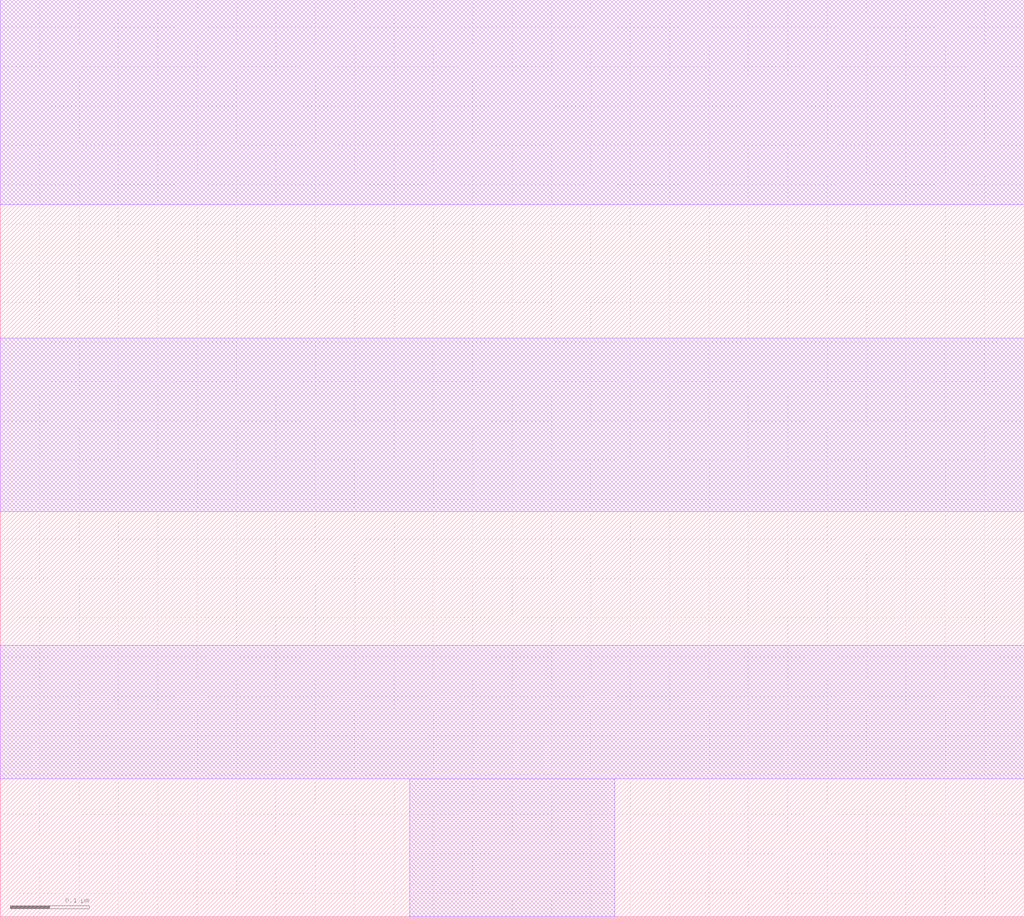
<source format=lef>
# Copyright 2020 The SkyWater PDK Authors
#
# Licensed under the Apache License, Version 2.0 (the "License");
# you may not use this file except in compliance with the License.
# You may obtain a copy of the License at
#
#     https://www.apache.org/licenses/LICENSE-2.0
#
# Unless required by applicable law or agreed to in writing, software
# distributed under the License is distributed on an "AS IS" BASIS,
# WITHOUT WARRANTIES OR CONDITIONS OF ANY KIND, either express or implied.
# See the License for the specific language governing permissions and
# limitations under the License.
#
# SPDX-License-Identifier: Apache-2.0

VERSION 5.7 ;
  NOWIREEXTENSIONATPIN ON ;
  DIVIDERCHAR "/" ;
  BUSBITCHARS "[]" ;
MACRO sky130_fd_bd_sram__sram_sp_wlstrap_met2
  CLASS BLOCK ;
  FOREIGN sky130_fd_bd_sram__sram_sp_wlstrap_met2 ;
  ORIGIN  0.000000 -0.120000 ;
  SIZE  1.300000 BY  1.165000 ;
  OBS
    LAYER met2 ;
      RECT 0.000000 0.295000 1.300000 0.465000 ;
      RECT 0.000000 0.635000 1.300000 0.855000 ;
      RECT 0.000000 1.025000 1.300000 1.285000 ;
      RECT 0.520000 0.120000 0.780000 0.295000 ;
  END
END sky130_fd_bd_sram__sram_sp_wlstrap_met2
END LIBRARY

</source>
